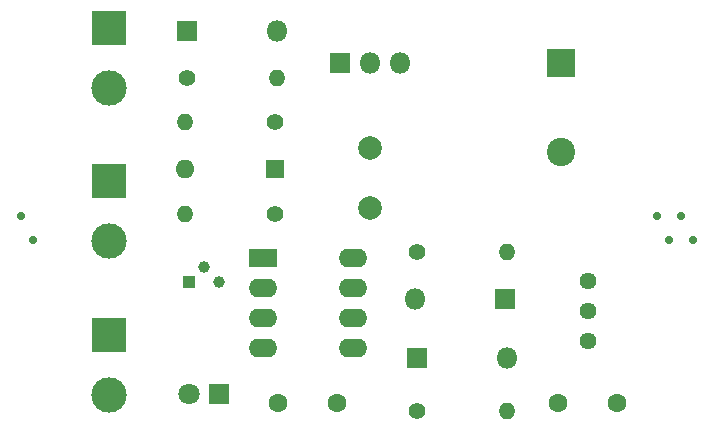
<source format=gts>
%TF.GenerationSoftware,KiCad,Pcbnew,no-vcs-found-e2d3fce~60~ubuntu14.04.1*%
%TF.CreationDate,2017-09-21T19:19:23-03:00*%
%TF.ProjectId,RFIDZapper,524649445A61707065722E6B69636164,rev?*%
%TF.SameCoordinates,Original*%
%TF.FileFunction,Soldermask,Top*%
%TF.FilePolarity,Negative*%
%FSLAX46Y46*%
G04 Gerber Fmt 4.6, Leading zero omitted, Abs format (unit mm)*
G04 Created by KiCad (PCBNEW no-vcs-found-e2d3fce~60~ubuntu14.04.1) date Thu Sep 21 19:19:23 2017*
%MOMM*%
%LPD*%
G01*
G04 APERTURE LIST*
%ADD10C,0.700000*%
%ADD11R,1.800000X1.800000*%
%ADD12O,1.800000X1.800000*%
%ADD13R,1.000000X1.000000*%
%ADD14C,1.000000*%
%ADD15O,1.400000X1.400000*%
%ADD16C,1.400000*%
%ADD17C,3.000000*%
%ADD18R,3.000000X3.000000*%
%ADD19C,1.600000*%
%ADD20C,2.400000*%
%ADD21R,2.400000X2.400000*%
%ADD22C,1.800000*%
%ADD23C,1.998980*%
%ADD24C,1.440000*%
%ADD25O,2.400000X1.600000*%
%ADD26R,2.400000X1.600000*%
%ADD27O,1.600000X1.600000*%
%ADD28R,1.600000X1.600000*%
G04 APERTURE END LIST*
D10*
%TO.C,AE1*%
X123044000Y-134076000D03*
X122024000Y-132036000D03*
X121004000Y-134076000D03*
X119984000Y-132036000D03*
X67184000Y-134076000D03*
X66164000Y-132036000D03*
%TD*%
D11*
%TO.C,D3*%
X80194000Y-116306000D03*
D12*
X87814000Y-116306000D03*
%TD*%
D13*
%TO.C,Q1*%
X80394000Y-137556000D03*
D14*
X82934000Y-137556000D03*
X81664000Y-136286000D03*
%TD*%
D15*
%TO.C,R8*%
X87814000Y-120306000D03*
D16*
X80194000Y-120306000D03*
%TD*%
D15*
%TO.C,R3*%
X107264000Y-148556000D03*
D16*
X99644000Y-148556000D03*
%TD*%
D12*
%TO.C,Q2*%
X98224000Y-119056000D03*
X95684000Y-119056000D03*
D11*
X93144000Y-119056000D03*
%TD*%
D17*
%TO.C,BT1*%
X73644000Y-147136000D03*
D18*
X73644000Y-142056000D03*
%TD*%
D19*
%TO.C,C1*%
X111644000Y-147806000D03*
X116644000Y-147806000D03*
%TD*%
%TO.C,C2*%
X92894000Y-147806000D03*
X87894000Y-147806000D03*
%TD*%
D20*
%TO.C,C3*%
X111894000Y-126556000D03*
D21*
X111894000Y-119056000D03*
%TD*%
D22*
%TO.C,DL1*%
X80354000Y-147056000D03*
D11*
X82894000Y-147056000D03*
%TD*%
D23*
%TO.C,L1*%
X95724000Y-126226000D03*
X95724000Y-131306000D03*
%TD*%
D15*
%TO.C,R1*%
X107264000Y-135056000D03*
D16*
X99644000Y-135056000D03*
%TD*%
D24*
%TO.C,R2*%
X114144000Y-137476000D03*
X114144000Y-140016000D03*
X114144000Y-142556000D03*
%TD*%
D16*
%TO.C,R6*%
X87644000Y-131806000D03*
D15*
X80024000Y-131806000D03*
%TD*%
%TO.C,R9*%
X80024000Y-124056000D03*
D16*
X87644000Y-124056000D03*
%TD*%
D18*
%TO.C,SW_SPST1*%
X73644000Y-129056000D03*
D17*
X73644000Y-134136000D03*
%TD*%
%TO.C,SW_SPST3*%
X73644000Y-121136000D03*
D18*
X73644000Y-116056000D03*
%TD*%
D25*
%TO.C,U1*%
X94264000Y-135556000D03*
X86644000Y-143176000D03*
X94264000Y-138096000D03*
X86644000Y-140636000D03*
X94264000Y-140636000D03*
X86644000Y-138096000D03*
X94264000Y-143176000D03*
D26*
X86644000Y-135556000D03*
%TD*%
D12*
%TO.C,D1*%
X99524000Y-139056000D03*
D11*
X107144000Y-139056000D03*
%TD*%
D12*
%TO.C,D2*%
X107264000Y-144056000D03*
D11*
X99644000Y-144056000D03*
%TD*%
D27*
%TO.C,DZ1*%
X80024000Y-128056000D03*
D28*
X87644000Y-128056000D03*
%TD*%
M02*

</source>
